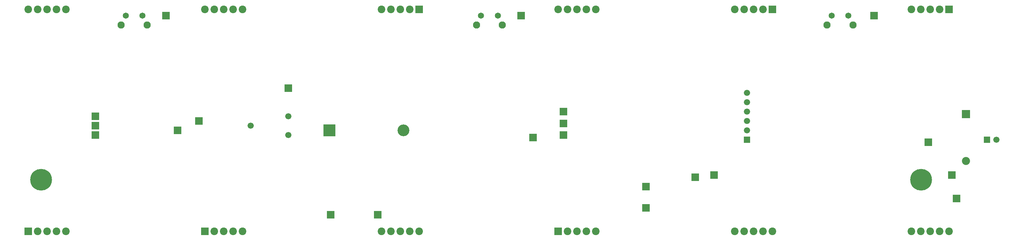
<source format=gbr>
G04 start of page 4 for group -4063 idx -4063
G04 Title: (unknown), componentmask *
G04 Creator: pcb-bin 20060822 *
G04 CreationDate: Wed Jun  4 23:35:37 2008 UTC *
G04 For: pete *
G04 Format: Gerber/RS-274X *
G04 PCB-Dimensions: 1125000 272500 *
G04 PCB-Coordinate-Origin: lower left *
%MOIN*%
%FSLAX24Y24*%
%LNFRONTMASK*%
%ADD11R,0.0860X0.0860*%
%ADD12C,0.0860*%
%ADD13R,0.0810X0.0810*%
%ADD14C,0.0810*%
%ADD15R,0.0660X0.0660*%
%ADD16C,0.0660*%
%ADD17C,0.2310*%
%ADD18C,0.0769*%
%ADD19C,0.0651*%
%ADD20C,0.1260*%
%ADD21R,0.1260X0.1260*%
G54D11*%LNFRONTMASK_D1*%
%LPD*%
X107000Y14250D03*
G54D12*Y9250D03*
G54D13*X106000Y5250D03*
G54D14*X105225Y1730D03*
X104225D03*
X103225D03*
G54D15*X109250Y11500D03*
G54D16*X110250D03*
G54D13*X103000Y11250D03*
G54D14*X102225Y1730D03*
G54D13*X105500Y7750D03*
G54D17*X102250Y7250D03*
G54D14*X101225Y1730D03*
G54D13*X105225Y25400D03*
G54D14*X104225D03*
X103225D03*
X102225D03*
X101225D03*
G54D18*X95005Y23750D03*
G54D13*X97250Y24750D03*
G54D19*X94513Y24734D03*
X92742D03*
G54D18*X92250Y23750D03*
G54D13*X86455Y25400D03*
G54D14*X85455D03*
X84455D03*
X83455D03*
X82455D03*
G54D16*X83750Y13500D03*
Y14500D03*
Y15500D03*
Y16500D03*
G54D14*X84455Y1730D03*
G54D16*X83750Y12500D03*
G54D14*X86455Y1730D03*
X83455D03*
X85455D03*
X82455D03*
G54D13*X80250Y7750D03*
G54D15*X83750Y11500D03*
G54D13*X73000Y4250D03*
X78250Y7500D03*
X73000Y6500D03*
X64250Y12000D03*
Y13250D03*
Y14500D03*
G54D14*X67685Y25400D03*
X66685D03*
X65685D03*
X64685D03*
X63685D03*
G54D13*X59750Y24750D03*
G54D19*X57263Y24734D03*
X55492D03*
G54D18*X57755Y23750D03*
X55000D03*
G54D13*X48915Y25400D03*
G54D14*X47915D03*
X46915D03*
X45915D03*
X44915D03*
X65685Y1730D03*
X66685D03*
X64685D03*
X67685D03*
G54D13*X63685D03*
G54D14*X48915D03*
X47915D03*
X46915D03*
X45915D03*
G54D13*X44500Y3500D03*
X39500D03*
G54D14*X44915Y1730D03*
X30145D03*
X29145D03*
X28145D03*
X27145D03*
G54D13*X26145D03*
X61000Y11750D03*
X35000Y17000D03*
G54D16*Y14000D03*
G54D14*X30145Y25400D03*
X29145D03*
X28145D03*
X27145D03*
X26145D03*
G54D13*X25500Y13500D03*
G54D20*X47261Y12500D03*
G54D21*X39387D03*
G54D16*X35000Y12000D03*
X31000Y13000D03*
G54D13*X23250Y12500D03*
X22000Y24750D03*
G54D18*X20005Y23750D03*
G54D19*X19513Y24734D03*
X17742D03*
G54D18*X17250Y23750D03*
G54D13*X14500Y12000D03*
Y13000D03*
Y14000D03*
G54D14*X11375Y1730D03*
Y25400D03*
X10375D03*
X9375D03*
X8375D03*
X7375D03*
X9375Y1730D03*
X10375D03*
X8375D03*
G54D17*X8750Y7250D03*
G54D13*X7375Y1730D03*
M02*

</source>
